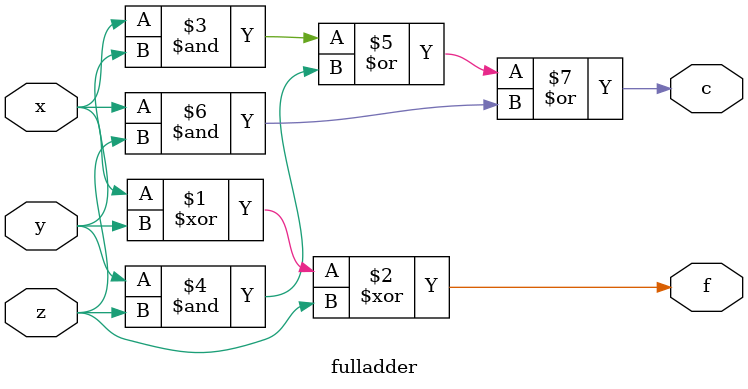
<source format=v>
module fulladder(x,y,z,f,c);
input x,y,z;
output f,c;
assign f=x^y^z;
assign c=x&y|y&z|x&z;
endmodule

</source>
